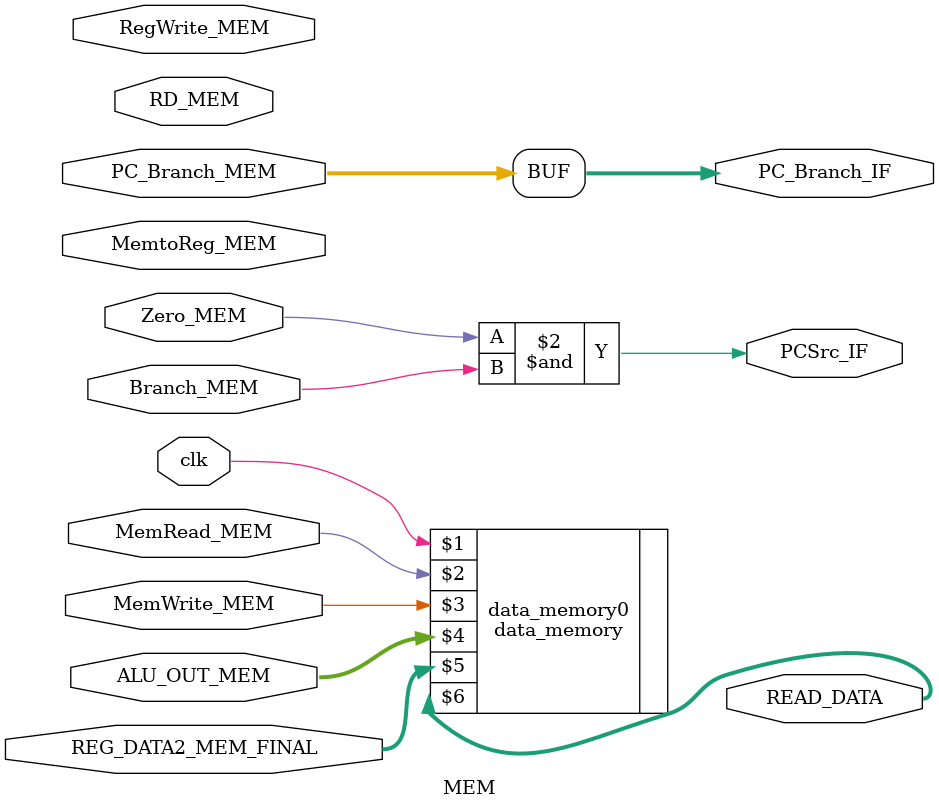
<source format=v>
`timescale 1ns / 1ps


module MEM(
    input clk,
    input [4:0] RD_MEM, 
    input RegWrite_MEM, 
    input MemtoReg_MEM, 
    input MemRead_MEM, 
    input MemWrite_MEM, 
    input Branch_MEM, 
    
    input Zero_MEM, 
    input [31:0] ALU_OUT_MEM, 
    input [31:0] PC_Branch_MEM,
    input [31:0] REG_DATA2_MEM_FINAL, 
        
    output reg PCSrc_IF, 
    output reg [31:0] PC_Branch_IF, 
    
    output [31:0] READ_DATA
);

    data_memory data_memory0(
        clk,
        MemRead_MEM,
        MemWrite_MEM,
        ALU_OUT_MEM,
        REG_DATA2_MEM_FINAL,
        READ_DATA
    );

    always @(Zero_MEM or Branch_MEM or PC_Branch_MEM) begin
        PCSrc_IF = Zero_MEM & Branch_MEM;
        PC_Branch_IF = PC_Branch_MEM;
    end
    
endmodule

</source>
